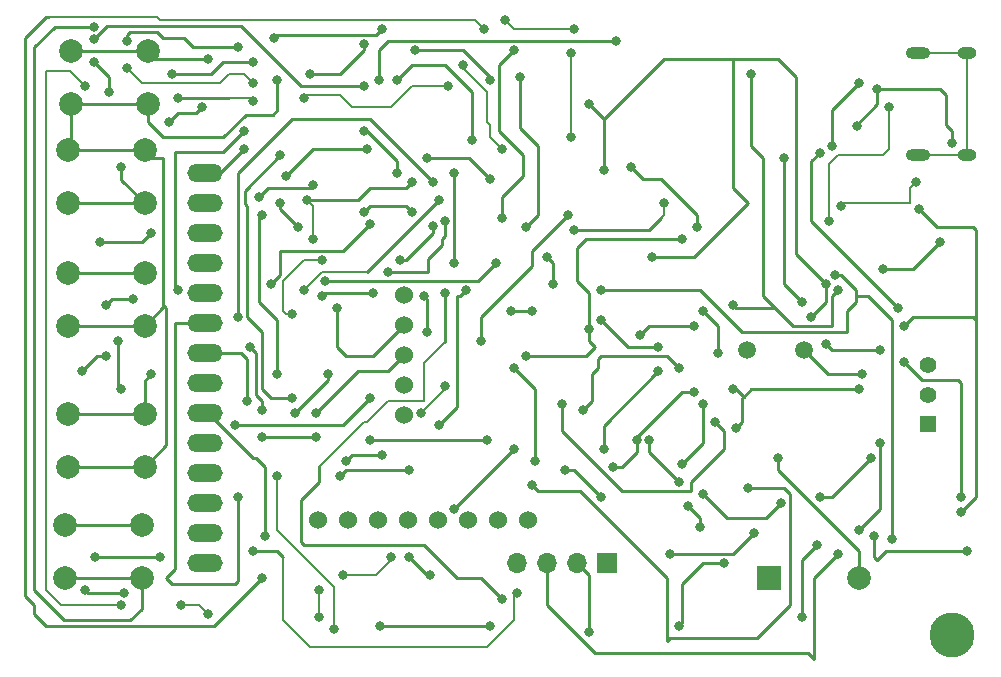
<source format=gbl>
%TF.GenerationSoftware,KiCad,Pcbnew,7.0.10*%
%TF.CreationDate,2024-08-15T13:32:22+05:30*%
%TF.ProjectId,Watch,57617463-682e-46b6-9963-61645f706362,rev?*%
%TF.SameCoordinates,Original*%
%TF.FileFunction,Copper,L2,Bot*%
%TF.FilePolarity,Positive*%
%FSLAX46Y46*%
G04 Gerber Fmt 4.6, Leading zero omitted, Abs format (unit mm)*
G04 Created by KiCad (PCBNEW 7.0.10) date 2024-08-15 13:32:22*
%MOMM*%
%LPD*%
G01*
G04 APERTURE LIST*
%TA.AperFunction,ComponentPad*%
%ADD10C,3.800000*%
%TD*%
%TA.AperFunction,ComponentPad*%
%ADD11C,1.408000*%
%TD*%
%TA.AperFunction,ComponentPad*%
%ADD12R,1.408000X1.408000*%
%TD*%
%TA.AperFunction,ComponentPad*%
%ADD13C,2.000000*%
%TD*%
%TA.AperFunction,ComponentPad*%
%ADD14R,1.700000X1.700000*%
%TD*%
%TA.AperFunction,ComponentPad*%
%ADD15O,1.700000X1.700000*%
%TD*%
%TA.AperFunction,ComponentPad*%
%ADD16O,1.600000X1.000000*%
%TD*%
%TA.AperFunction,ComponentPad*%
%ADD17O,2.100000X1.000000*%
%TD*%
%TA.AperFunction,ComponentPad*%
%ADD18C,1.524000*%
%TD*%
%TA.AperFunction,ComponentPad*%
%ADD19C,1.500000*%
%TD*%
%TA.AperFunction,ComponentPad*%
%ADD20O,3.000000X1.500000*%
%TD*%
%TA.AperFunction,ComponentPad*%
%ADD21R,2.000000X2.000000*%
%TD*%
%TA.AperFunction,ViaPad*%
%ADD22C,0.800000*%
%TD*%
%TA.AperFunction,Conductor*%
%ADD23C,0.160000*%
%TD*%
%TA.AperFunction,Conductor*%
%ADD24C,0.250000*%
%TD*%
%TA.AperFunction,Conductor*%
%ADD25C,0.180000*%
%TD*%
%TA.AperFunction,Conductor*%
%ADD26C,0.200000*%
%TD*%
G04 APERTURE END LIST*
D10*
%TO.P,M2,1*%
%TO.N,N/C*%
X158750000Y-125476000D03*
%TD*%
D11*
%TO.P,SW1,3,C*%
%TO.N,Net-(SW1A-C)*%
X156718000Y-102616000D03*
%TO.P,SW1,2,B*%
%TO.N,Enb*%
X156718000Y-105116000D03*
D12*
%TO.P,SW1,1,A*%
%TO.N,GND*%
X156718000Y-107616000D03*
%TD*%
D13*
%TO.P,BOOT,1,A*%
%TO.N,Io0*%
X83872000Y-106716000D03*
X90372000Y-106716000D03*
%TO.P,BOOT,2,B*%
%TO.N,GND*%
X83872000Y-111216000D03*
X90372000Y-111216000D03*
%TD*%
%TO.P,Failsafe,1,A*%
%TO.N,Fail_safe*%
X84126000Y-75982000D03*
X90626000Y-75982000D03*
%TO.P,Failsafe,2,B*%
%TO.N,GND*%
X84126000Y-80482000D03*
X90626000Y-80482000D03*
%TD*%
%TO.P,Reset,1,A*%
%TO.N,GND*%
X83618000Y-116114000D03*
X90118000Y-116114000D03*
%TO.P,Reset,2,B*%
%TO.N,EN*%
X83618000Y-120614000D03*
X90118000Y-120614000D03*
%TD*%
D14*
%TO.P,J3,1,3.3*%
%TO.N,GND*%
X129540000Y-119380000D03*
D15*
%TO.P,J3,2,RX*%
%TO.N,TX*%
X127000000Y-119380000D03*
%TO.P,J3,3,TX*%
%TO.N,RX*%
X124460000Y-119380000D03*
%TO.P,J3,4,GND*%
%TO.N,+3.3V*%
X121920000Y-119380000D03*
%TD*%
D16*
%TO.P,J1,S1,SHIELD*%
%TO.N,GND*%
X160030000Y-76180000D03*
D17*
X155850000Y-76180000D03*
D16*
X160030000Y-84820000D03*
D17*
X155850000Y-84820000D03*
%TD*%
D18*
%TO.P,U6,1,Vcc*%
%TO.N,+3.3V*%
X105029000Y-115697000D03*
%TO.P,U6,2,GND*%
%TO.N,GND*%
X107569000Y-115697000D03*
%TO.P,U6,3,SCL*%
%TO.N,SCL*%
X110109000Y-115697000D03*
%TO.P,U6,4,SDA*%
%TO.N,SDA*%
X112649000Y-115697000D03*
%TO.P,U6,5,XDA*%
%TO.N,unconnected-(U6-XDA-Pad5)*%
X115189000Y-115697000D03*
%TO.P,U6,6,XCL*%
%TO.N,unconnected-(U6-XCL-Pad6)*%
X117729000Y-115697000D03*
%TO.P,U6,7,AD0*%
%TO.N,Net-(U6-AD0)*%
X120269000Y-115697000D03*
%TO.P,U6,8,INT*%
%TO.N,unconnected-(U6-INT-Pad8)*%
X122809000Y-115697000D03*
%TD*%
D19*
%TO.P,Y1,1,1*%
%TO.N,Net-(U4-XI)*%
X146214000Y-101346000D03*
%TO.P,Y1,2,2*%
%TO.N,Net-(U4-XO)*%
X141334000Y-101346000D03*
%TD*%
D13*
%TO.P,Control_1,1,A*%
%TO.N,C_1*%
X90372000Y-88864000D03*
X83872000Y-88864000D03*
%TO.P,Control_1,2,B*%
%TO.N,GND*%
X90372000Y-84364000D03*
X83872000Y-84364000D03*
%TD*%
D18*
%TO.P,MAX1,1,Vin*%
%TO.N,+3.3V*%
X112363000Y-96679000D03*
%TO.P,MAX1,2,GND*%
%TO.N,GND*%
X112363000Y-99219000D03*
%TO.P,MAX1,3,SCL*%
%TO.N,SCL*%
X112363000Y-101759000D03*
%TO.P,MAX1,4,SDA*%
%TO.N,SDA*%
X112363000Y-104299000D03*
%TO.P,MAX1,5,INT*%
%TO.N,unconnected-(MAX1-INT-Pad5)*%
X112363000Y-106839000D03*
%TD*%
D20*
%TO.P,U3,1,VCC*%
%TO.N,+3.3V*%
X95504000Y-86360000D03*
%TO.P,U3,2,GND*%
%TO.N,GND*%
X95504000Y-88900000D03*
%TO.P,U3,3,CS*%
%TO.N,CS*%
X95504000Y-91440000D03*
%TO.P,U3,4,RST*%
%TO.N,RST*%
X95504000Y-93980000D03*
%TO.P,U3,5,DC*%
%TO.N,DC*%
X95504000Y-96520000D03*
%TO.P,U3,6,MOSI*%
%TO.N,MOSI*%
X95504000Y-99060000D03*
%TO.P,U3,7,SCK*%
%TO.N,SCK*%
X95504000Y-101600000D03*
%TO.P,U3,8,LED*%
%TO.N,+3.3V*%
X95504000Y-104140000D03*
%TO.P,U3,9,MISO*%
%TO.N,MISO*%
X95504000Y-106680000D03*
%TO.P,U3,10,T_CLK*%
%TO.N,SCK*%
X95504000Y-109220000D03*
%TO.P,U3,11,T_CS*%
%TO.N,T_CS*%
X95504000Y-111760000D03*
%TO.P,U3,12,T_DIN*%
%TO.N,MOSI*%
X95504000Y-114300000D03*
%TO.P,U3,13,T_D0*%
%TO.N,MISO*%
X95504000Y-116840000D03*
%TO.P,U3,14,T_IRQ*%
%TO.N,T_IRQ*%
X95504000Y-119380000D03*
%TD*%
D13*
%TO.P,Control_2,1,A*%
%TO.N,C_2*%
X83872000Y-94778000D03*
X90372000Y-94778000D03*
%TO.P,Control_2,2,B*%
%TO.N,GND*%
X83872000Y-99278000D03*
X90372000Y-99278000D03*
%TD*%
D21*
%TO.P,BZ1,1,+*%
%TO.N,Net-(BZ1-+)*%
X143266000Y-120650000D03*
D13*
%TO.P,BZ1,2,-*%
%TO.N,GND*%
X150866000Y-120650000D03*
%TD*%
D22*
%TO.N,C_1*%
X95250000Y-80772000D03*
X103378000Y-90932000D03*
X88392000Y-85852000D03*
X101854000Y-88900000D03*
X92456000Y-82042000D03*
%TO.N,GND*%
X121666000Y-109728000D03*
X129032000Y-113792000D03*
X104394000Y-77978000D03*
X132080000Y-108966000D03*
X116586000Y-114808000D03*
X113792000Y-106680000D03*
X101600000Y-78486000D03*
X108965996Y-75438000D03*
X125984000Y-111506000D03*
X136906000Y-104902000D03*
X115824000Y-104394000D03*
X130048000Y-111251966D03*
X106680000Y-97790000D03*
X144018000Y-110490000D03*
%TO.N,RX1*%
X100330000Y-106426000D03*
X114554000Y-120396000D03*
X98298000Y-98552000D03*
X114808000Y-87122000D03*
X104902000Y-108712000D03*
X107442000Y-110744000D03*
X99314000Y-101092000D03*
X110490000Y-110236000D03*
X100330000Y-108712000D03*
X112776000Y-118872000D03*
%TO.N,TX1*%
X119634000Y-86868000D03*
X114300000Y-85090000D03*
X102362000Y-86614000D03*
X98806000Y-82804000D03*
X109220000Y-84328000D03*
X93218000Y-96266000D03*
%TO.N,Io0*%
X98044000Y-107696000D03*
X115316000Y-107696000D03*
X134366000Y-88900000D03*
X90932000Y-103378000D03*
X109474000Y-105410000D03*
X126746000Y-91186000D03*
X117602000Y-96266000D03*
%TO.N,VBUS*%
X154178000Y-97790000D03*
X140208000Y-104648000D03*
X147503948Y-84628701D03*
X135636000Y-102870000D03*
X123444000Y-110744000D03*
X152908000Y-94488000D03*
X157734000Y-92202000D03*
X150876000Y-104648000D03*
X121666000Y-102870000D03*
X140462000Y-107950000D03*
X127508000Y-106426000D03*
%TO.N,+5V*%
X129239299Y-109728000D03*
X152400000Y-79248000D03*
X133858000Y-103124000D03*
X150690195Y-82356740D03*
X158750000Y-83820000D03*
%TO.N,EN*%
X128016000Y-99568000D03*
X122682000Y-101854000D03*
X130302000Y-75184000D03*
X86105988Y-73954008D03*
X110236000Y-78486000D03*
X137160000Y-90932000D03*
X99568000Y-76962000D03*
X92710000Y-77978000D03*
X135890000Y-91948000D03*
X131572000Y-85852000D03*
%TO.N,Net-(U4-XI)*%
X151130000Y-103378000D03*
%TO.N,+BATT*%
X133096000Y-108966000D03*
X154686000Y-99314000D03*
X147574000Y-113792000D03*
X155956000Y-89408000D03*
X144272000Y-114300000D03*
X135636000Y-112522000D03*
X151892000Y-110490000D03*
X137668000Y-113538000D03*
X159512000Y-115062000D03*
%TO.N,RX*%
X122682000Y-90932000D03*
X129032000Y-96266000D03*
X148844000Y-94996000D03*
X122174000Y-78232000D03*
X149098000Y-118618000D03*
X124460000Y-93472000D03*
X153670000Y-117348000D03*
X124968000Y-95758000D03*
%TO.N,Net-(D3-A)*%
X118872000Y-100584000D03*
X126238000Y-89916000D03*
%TO.N,TX*%
X152146000Y-117094000D03*
X148082000Y-100838000D03*
X146812004Y-98552000D03*
X160020000Y-118364000D03*
X159512000Y-113792000D03*
X154686000Y-102362000D03*
X152654000Y-101346000D03*
X128016000Y-80518000D03*
X147320000Y-117856000D03*
X146050000Y-123952000D03*
X148082000Y-95757994D03*
X128016000Y-125222000D03*
X133350000Y-93472000D03*
X129286000Y-86106000D03*
%TO.N,D+*%
X148336000Y-90424000D03*
X153416000Y-80772000D03*
%TO.N,D-*%
X149352000Y-89154000D03*
X155702000Y-87122000D03*
%TO.N,Motor+*%
X116586000Y-93980000D03*
X115824000Y-96520000D03*
X120650000Y-122428000D03*
X116586000Y-86360000D03*
%TO.N,SCL*%
X85344000Y-121666000D03*
X87376000Y-79502000D03*
X87122000Y-97536000D03*
X101346000Y-74930000D03*
X98298000Y-75692000D03*
X113284000Y-75946000D03*
X119634000Y-78486000D03*
X89408000Y-97028000D03*
X86111143Y-76966143D03*
X87122000Y-101854000D03*
X110490000Y-74168000D03*
X88900000Y-75184000D03*
X88646000Y-121920000D03*
X104902000Y-106680000D03*
X85090000Y-103124000D03*
%TO.N,SDA*%
X103886000Y-80010000D03*
X105156000Y-121666000D03*
X103124000Y-106680000D03*
X105918000Y-103378000D03*
X93472000Y-122936000D03*
X112776000Y-111506000D03*
X85344000Y-78994000D03*
X111252000Y-118872000D03*
X107188000Y-120396000D03*
X106934000Y-112014000D03*
X105156000Y-123952000D03*
X88900000Y-77470000D03*
X88392000Y-122935996D03*
X116078000Y-78994000D03*
X99568000Y-78740000D03*
X95758000Y-123698000D03*
%TO.N,RTS*%
X132334000Y-100076000D03*
X136906000Y-99314000D03*
%TO.N,Select*%
X141478000Y-113030000D03*
X123190000Y-112776000D03*
X109474000Y-108966000D03*
X102870000Y-105410000D03*
X101854000Y-84836000D03*
X119380000Y-108966000D03*
%TO.N,Net-(U2-ADJ)*%
X150876000Y-78740000D03*
X148590000Y-84074000D03*
%TO.N,B_check*%
X104648000Y-87376000D03*
X86614000Y-92202000D03*
X135636000Y-124714000D03*
X90932000Y-91440000D03*
X88392000Y-104648000D03*
X136398000Y-114554000D03*
X137414000Y-116332000D03*
X100076000Y-88392000D03*
X121920000Y-121920000D03*
X99568000Y-118364000D03*
X139446000Y-119380000D03*
X88138000Y-100584000D03*
%TO.N,Net-(U5-~{STDBY})*%
X138684000Y-107442000D03*
X125730000Y-105918000D03*
%TO.N,Net-(U5-~{CHRG})*%
X137668000Y-105918000D03*
X135890000Y-110998000D03*
%TO.N,Buzz+*%
X114808000Y-90849998D03*
X108966000Y-89662000D03*
X114300000Y-99822000D03*
X113030000Y-89662000D03*
X114046000Y-96774000D03*
X112014000Y-93726000D03*
%TO.N,Enb*%
X146050000Y-97282004D03*
X144526000Y-85090000D03*
%TO.N,T_IRQ*%
X111760000Y-86360000D03*
X108966000Y-82804000D03*
X86192084Y-118872000D03*
X108966000Y-78994000D03*
X91694000Y-118872000D03*
X86106000Y-74954010D03*
%TO.N,T_CS*%
X101600000Y-103378000D03*
X100330000Y-89916000D03*
%TO.N,CS*%
X120142000Y-93980000D03*
X105664000Y-95504000D03*
%TO.N,DC*%
X109474000Y-90678000D03*
X101092000Y-95758000D03*
%TO.N,RST*%
X103886000Y-96266000D03*
X115316000Y-88646000D03*
%TO.N,SCK*%
X126746000Y-74168000D03*
X99060000Y-105664000D03*
X126492000Y-83312000D03*
X106426000Y-124968000D03*
X120904000Y-73406000D03*
X101600000Y-112014000D03*
X126492000Y-76200000D03*
%TO.N,MISO*%
X119126000Y-74168000D03*
X117348000Y-77216000D03*
X100330000Y-120650000D03*
X100584000Y-117094000D03*
X120650000Y-84328000D03*
%TO.N,MOSI*%
X121666000Y-75946000D03*
X115824000Y-90424000D03*
X120650000Y-90170000D03*
X105410000Y-96774000D03*
X110998000Y-94742000D03*
X109728000Y-96520000D03*
X98298000Y-113792000D03*
%TO.N,+3.3V*%
X141732000Y-77978000D03*
X111760000Y-78486000D03*
X133858000Y-101092000D03*
X118110000Y-83565992D03*
X113030000Y-87122000D03*
X104140000Y-88646000D03*
X110263000Y-124687000D03*
X137668000Y-98044000D03*
X129032000Y-98806000D03*
X141986000Y-116840000D03*
X140208000Y-97536000D03*
X121412000Y-98044000D03*
X123190000Y-98044000D03*
X152654000Y-109220000D03*
X134874000Y-118618000D03*
X119634000Y-124714000D03*
X98806000Y-84328000D03*
X149098000Y-96266000D03*
X138938000Y-101600000D03*
X104648000Y-91948000D03*
X102870000Y-98298000D03*
X150876000Y-116586000D03*
X105410000Y-93726000D03*
%TO.N,C_2*%
X99568000Y-80264000D03*
X93218000Y-80010000D03*
%TO.N,Fail_safe*%
X95758000Y-76708000D03*
%TD*%
D23*
%TO.N,SDA*%
X85344000Y-78994000D02*
X84074000Y-77724000D01*
X84074000Y-77724000D02*
X82042000Y-77724000D01*
X82042000Y-77724000D02*
X82042000Y-121666000D01*
X82042000Y-121666000D02*
X83311996Y-122935996D01*
X83311996Y-122935996D02*
X88392000Y-122935996D01*
D24*
%TO.N,TX*%
X129286000Y-81788000D02*
X134366000Y-76708000D01*
X134366000Y-76708000D02*
X140208000Y-76708000D01*
X129286000Y-81788000D02*
X128016000Y-80518000D01*
X129286000Y-86106000D02*
X129286000Y-81788000D01*
%TO.N,SCL*%
X110490000Y-74168000D02*
X109982000Y-74676000D01*
X109982000Y-74676000D02*
X101600000Y-74676000D01*
X101600000Y-74676000D02*
X101346000Y-74930000D01*
%TO.N,TX*%
X159512000Y-113792000D02*
X159512000Y-104140000D01*
X159512000Y-104140000D02*
X159258000Y-103886000D01*
X159258000Y-103886000D02*
X156210000Y-103886000D01*
X156210000Y-103886000D02*
X154686000Y-102362000D01*
%TO.N,C_1*%
X95250000Y-80772000D02*
X94742000Y-81280000D01*
X90372000Y-88864000D02*
X88392000Y-86884000D01*
X94742000Y-81280000D02*
X93218000Y-81280000D01*
X101854000Y-88900000D02*
X101854000Y-89408000D01*
X101854000Y-89408000D02*
X103378000Y-90932000D01*
X83872000Y-88864000D02*
X90372000Y-88864000D01*
X88392000Y-86884000D02*
X88392000Y-85852000D01*
X92456000Y-82042000D02*
X93218000Y-81280000D01*
%TO.N,GND*%
X132080000Y-108712000D02*
X132080000Y-108966000D01*
X112363000Y-99219000D02*
X109728000Y-101854000D01*
X91098000Y-85090000D02*
X90372000Y-84364000D01*
X90626000Y-81990000D02*
X91948000Y-83312000D01*
X106680000Y-101092000D02*
X106680000Y-97790000D01*
X132080000Y-108966000D02*
X132080000Y-109982000D01*
X132080000Y-109982000D02*
X130810034Y-111251966D01*
X101251347Y-81374653D02*
X101600000Y-81026000D01*
D23*
X160030000Y-76180000D02*
X160030000Y-84820000D01*
D24*
X92202000Y-109386000D02*
X92202000Y-97790000D01*
X91948000Y-97702000D02*
X91948000Y-97536000D01*
X90372000Y-111216000D02*
X83872000Y-111216000D01*
X83618000Y-116114000D02*
X90118000Y-116114000D01*
X150866000Y-118354000D02*
X150866000Y-120650000D01*
X84126000Y-80482000D02*
X90626000Y-80482000D01*
X101600000Y-81026000D02*
X101600000Y-78486000D01*
X108965996Y-75946004D02*
X108965996Y-75438000D01*
X91948000Y-83312000D02*
X97018695Y-83312000D01*
X130810034Y-111251966D02*
X130048000Y-111251966D01*
X144018000Y-110490000D02*
X144018000Y-111506000D01*
X144018000Y-111506000D02*
X150866000Y-118354000D01*
X136906000Y-104902000D02*
X135890000Y-104902000D01*
X83872000Y-84364000D02*
X90372000Y-84364000D01*
X135890000Y-104902000D02*
X132080000Y-108712000D01*
X91948000Y-97536000D02*
X91948000Y-85090000D01*
X90372000Y-99278000D02*
X91948000Y-97702000D01*
X109728000Y-101854000D02*
X107442000Y-101854000D01*
D23*
X155850000Y-76180000D02*
X160030000Y-76180000D01*
D24*
X90626000Y-80482000D02*
X90626000Y-81990000D01*
X121666000Y-109728000D02*
X116586000Y-114808000D01*
D23*
X113792000Y-106680000D02*
X115824000Y-104648000D01*
D24*
X90372000Y-99278000D02*
X83872000Y-99278000D01*
D23*
X115824000Y-104648000D02*
X115824000Y-104394000D01*
D24*
X90372000Y-111216000D02*
X92202000Y-109386000D01*
X91948000Y-85090000D02*
X91098000Y-85090000D01*
X98956042Y-81374653D02*
X101251347Y-81374653D01*
X84126000Y-84110000D02*
X83872000Y-84364000D01*
X97018695Y-83312000D02*
X98956042Y-81374653D01*
D23*
X155850000Y-84820000D02*
X160030000Y-84820000D01*
D24*
X107442000Y-101854000D02*
X106680000Y-101092000D01*
X125984000Y-111506000D02*
X126746000Y-111506000D01*
X92202000Y-97790000D02*
X91948000Y-97536000D01*
X84126000Y-80482000D02*
X84126000Y-84110000D01*
X126746000Y-111506000D02*
X129032000Y-113792000D01*
X106934000Y-77978000D02*
X108965996Y-75946004D01*
X104394000Y-77978000D02*
X106934000Y-77978000D01*
%TO.N,RX1*%
X114300000Y-120396000D02*
X112776000Y-118872000D01*
X107950000Y-110236000D02*
X107442000Y-110744000D01*
X99822000Y-84836000D02*
X102870000Y-81788000D01*
X100330000Y-105664000D02*
X99822000Y-105156000D01*
X114554000Y-120396000D02*
X114300000Y-120396000D01*
X99822000Y-101600000D02*
X99314000Y-101092000D01*
X99822000Y-105156000D02*
X99822000Y-101600000D01*
X98298000Y-86360000D02*
X99822000Y-84836000D01*
X104902000Y-108712000D02*
X100330000Y-108712000D01*
X107950000Y-81788000D02*
X109474000Y-81788000D01*
X102870000Y-81788000D02*
X107950000Y-81788000D01*
X100330000Y-106426000D02*
X100330000Y-105664000D01*
X109474000Y-81788000D02*
X114808000Y-87122000D01*
X110490000Y-110236000D02*
X107950000Y-110236000D01*
X98298000Y-98552000D02*
X98298000Y-86360000D01*
%TO.N,TX1*%
X117856000Y-85090000D02*
X114300000Y-85090000D01*
X119634000Y-86868000D02*
X117856000Y-85090000D01*
X109220000Y-84328000D02*
X104648000Y-84328000D01*
X104648000Y-84328000D02*
X102362000Y-86614000D01*
X97028000Y-84582000D02*
X98806000Y-82804000D01*
X92964000Y-84582000D02*
X97028000Y-84582000D01*
X92964000Y-96012000D02*
X92964000Y-84582000D01*
X93218000Y-96266000D02*
X92964000Y-96012000D01*
%TO.N,Io0*%
X107188000Y-107696000D02*
X109474000Y-105410000D01*
X116840000Y-96774000D02*
X117094000Y-96774000D01*
X98044000Y-107696000D02*
X107188000Y-107696000D01*
D25*
X134366000Y-88900000D02*
X134366000Y-89916000D01*
D24*
X117094000Y-96774000D02*
X117602000Y-96266000D01*
X90372000Y-106716000D02*
X90372000Y-103938000D01*
X126746000Y-91186000D02*
X133096000Y-91186000D01*
X115316000Y-107696000D02*
X116840000Y-106172000D01*
X116840000Y-106172000D02*
X116840000Y-96774000D01*
D25*
X134366000Y-89916000D02*
X134112000Y-90170000D01*
D24*
X83872000Y-106716000D02*
X90372000Y-106716000D01*
X133096000Y-91186000D02*
X134112000Y-90170000D01*
X90372000Y-103938000D02*
X90932000Y-103378000D01*
%TO.N,VBUS*%
X133604000Y-101854000D02*
X129032000Y-101854000D01*
X141732000Y-104648000D02*
X141097000Y-105283000D01*
X140208000Y-104648000D02*
X140462000Y-104648000D01*
X140970000Y-107442000D02*
X140970000Y-105410000D01*
X133604000Y-101854000D02*
X134620000Y-101854000D01*
X146812000Y-85320649D02*
X147503948Y-84628701D01*
X146812000Y-90424000D02*
X146812000Y-85320649D01*
X140462000Y-107950000D02*
X140970000Y-107442000D01*
X141097000Y-105283000D02*
X140970000Y-105410000D01*
X123444000Y-104648000D02*
X123444000Y-110744000D01*
X128778000Y-102870000D02*
X128270000Y-103378000D01*
X128270000Y-105664000D02*
X127508000Y-106426000D01*
X121666000Y-102870000D02*
X123444000Y-104648000D01*
X155448000Y-94488000D02*
X152908000Y-94488000D01*
X128270000Y-103378000D02*
X128270000Y-105664000D01*
X128778000Y-102108000D02*
X128778000Y-102870000D01*
X134620000Y-101854000D02*
X135636000Y-102870000D01*
X154178000Y-97790000D02*
X146812000Y-90424000D01*
X150876000Y-104648000D02*
X141732000Y-104648000D01*
X140462000Y-104648000D02*
X141097000Y-105283000D01*
X157734000Y-92202000D02*
X155448000Y-94488000D01*
X129032000Y-101854000D02*
X128778000Y-102108000D01*
%TO.N,+5V*%
X129239299Y-107742701D02*
X129239299Y-109728000D01*
X150690195Y-82227805D02*
X152400000Y-80518000D01*
X157734000Y-79248000D02*
X158242000Y-79756000D01*
X150690195Y-82356740D02*
X150690195Y-82227805D01*
X158242000Y-79756000D02*
X158242000Y-82296000D01*
X152400000Y-80518000D02*
X152400000Y-79248000D01*
X152400000Y-79248000D02*
X157734000Y-79248000D01*
X158750000Y-82804000D02*
X158750000Y-83820000D01*
X158242000Y-82296000D02*
X158750000Y-82804000D01*
X133858000Y-103124000D02*
X129239299Y-107742701D01*
%TO.N,EN*%
X135890000Y-91948000D02*
X127762000Y-91948000D01*
X83618000Y-120614000D02*
X90118000Y-120614000D01*
X81026000Y-75692000D02*
X82763992Y-73954008D01*
X97028000Y-76962000D02*
X99568000Y-76962000D01*
X110236000Y-75955305D02*
X110236000Y-78486000D01*
X127762000Y-91948000D02*
X127000000Y-92710000D01*
X128524000Y-101092000D02*
X128016000Y-100584000D01*
X137160000Y-90932000D02*
X137160000Y-89916000D01*
X90118000Y-120614000D02*
X90118000Y-123242000D01*
X122682000Y-101854000D02*
X127762000Y-101854000D01*
X127000000Y-92710000D02*
X127000000Y-95504000D01*
X96774000Y-77216000D02*
X97028000Y-76962000D01*
X130302000Y-75184000D02*
X111007305Y-75184000D01*
X83566000Y-124206000D02*
X81026000Y-121666000D01*
X127762000Y-101854000D02*
X128524000Y-101092000D01*
X81026000Y-121666000D02*
X81026000Y-75692000D01*
X89154000Y-124206000D02*
X83566000Y-124206000D01*
X92710000Y-77978000D02*
X96012000Y-77978000D01*
X128016000Y-100584000D02*
X128016000Y-99568000D01*
X96012000Y-77978000D02*
X96774000Y-77216000D01*
X134112000Y-86868000D02*
X132588000Y-86868000D01*
X111007305Y-75184000D02*
X110236000Y-75955305D01*
X90118000Y-123242000D02*
X89154000Y-124206000D01*
X128016000Y-96520000D02*
X128016000Y-99568000D01*
X132588000Y-86868000D02*
X131572000Y-85852000D01*
X137160000Y-89916000D02*
X134112000Y-86868000D01*
X127000000Y-95504000D02*
X128016000Y-96520000D01*
X82763992Y-73954008D02*
X86105988Y-73954008D01*
%TO.N,Net-(U4-XI)*%
X151130000Y-103378000D02*
X148246000Y-103378000D01*
X148246000Y-103378000D02*
X146214000Y-101346000D01*
%TO.N,+BATT*%
X139700000Y-115570000D02*
X137668000Y-113538000D01*
X148590000Y-113792000D02*
X147574000Y-113792000D01*
X133096000Y-108966000D02*
X133096000Y-109982000D01*
X160782000Y-91186000D02*
X160782000Y-98806000D01*
X133096000Y-109982000D02*
X135636000Y-112522000D01*
X155956000Y-89408000D02*
X157480000Y-90932000D01*
X155448000Y-98552000D02*
X160528000Y-98552000D01*
X154686000Y-99314000D02*
X155448000Y-98552000D01*
X143002000Y-115570000D02*
X140716000Y-115570000D01*
X157480000Y-90932000D02*
X160528000Y-90932000D01*
X144272000Y-114300000D02*
X143002000Y-115570000D01*
X140716000Y-115570000D02*
X139700000Y-115570000D01*
X151892000Y-110490000D02*
X148590000Y-113792000D01*
X160528000Y-98552000D02*
X160782000Y-98806000D01*
X160782000Y-98806000D02*
X160782000Y-113792000D01*
X160528000Y-90932000D02*
X160782000Y-91186000D01*
X160782000Y-113792000D02*
X159512000Y-115062000D01*
%TO.N,RX*%
X153670000Y-117348000D02*
X153670000Y-98806000D01*
X147066000Y-120650000D02*
X149098000Y-118618000D01*
X123698000Y-89916000D02*
X123698000Y-88646000D01*
X147066000Y-127508000D02*
X147066000Y-120650000D01*
X151638000Y-96774000D02*
X150622000Y-96774000D01*
X137414000Y-96266000D02*
X129032000Y-96266000D01*
X123698000Y-84074000D02*
X122174000Y-82550000D01*
X150622000Y-96774000D02*
X150622000Y-97282000D01*
X142240000Y-99822000D02*
X140970000Y-99822000D01*
X149860000Y-99822000D02*
X142240000Y-99822000D01*
X123698000Y-88646000D02*
X123698000Y-84074000D01*
X150368000Y-96012000D02*
X150622000Y-96266000D01*
X122174000Y-82550000D02*
X122174000Y-78232000D01*
X149352000Y-94996000D02*
X150368000Y-96012000D01*
X148844000Y-94996000D02*
X149352000Y-94996000D01*
X150622000Y-97282000D02*
X149860000Y-98044000D01*
X140970000Y-99822000D02*
X139446000Y-98298000D01*
X124460000Y-122936000D02*
X128524000Y-127000000D01*
X153670000Y-98806000D02*
X151638000Y-96774000D01*
X150622000Y-96266000D02*
X150622000Y-96774000D01*
X122682000Y-90932000D02*
X123698000Y-89916000D01*
X146558000Y-127000000D02*
X147066000Y-127508000D01*
X128524000Y-127000000D02*
X146558000Y-127000000D01*
X124460000Y-119380000D02*
X124460000Y-122936000D01*
X124968000Y-93980000D02*
X124460000Y-93472000D01*
X124968000Y-95758000D02*
X124968000Y-93980000D01*
X139446000Y-98298000D02*
X137414000Y-96266000D01*
X149860000Y-98044000D02*
X149860000Y-99822000D01*
%TO.N,Net-(D3-A)*%
X123190000Y-92964000D02*
X123190000Y-94234000D01*
X123190000Y-94234000D02*
X118872000Y-98552000D01*
X118872000Y-98552000D02*
X118872000Y-100584000D01*
X126238000Y-89916000D02*
X123190000Y-92964000D01*
%TO.N,TX*%
X152146000Y-118872000D02*
X152400000Y-119126000D01*
X148082000Y-97282004D02*
X146812004Y-98552000D01*
X140208000Y-76708000D02*
X144018000Y-76708000D01*
X145542000Y-93217994D02*
X148082000Y-95757994D01*
X141478000Y-88900000D02*
X140208000Y-87630000D01*
X136906000Y-93472000D02*
X141478000Y-88900000D01*
X148082000Y-95757994D02*
X148082000Y-97282004D01*
X153162000Y-118364000D02*
X159766000Y-118364000D01*
X152654000Y-101346000D02*
X148590000Y-101346000D01*
X133350000Y-93472000D02*
X136906000Y-93472000D01*
X152146000Y-117094000D02*
X152146000Y-118872000D01*
X140208000Y-87630000D02*
X140208000Y-76708000D01*
X128016000Y-120396000D02*
X128016000Y-125222000D01*
X144018000Y-76708000D02*
X145542000Y-78232000D01*
X145542000Y-78232000D02*
X145542000Y-93217994D01*
X146050000Y-123952000D02*
X146050000Y-119126000D01*
X148590000Y-101346000D02*
X148082000Y-100838000D01*
X127000000Y-119380000D02*
X128016000Y-120396000D01*
X152400000Y-119126000D02*
X153162000Y-118364000D01*
X159766000Y-118364000D02*
X160020000Y-118364000D01*
X146050000Y-119126000D02*
X147320000Y-117856000D01*
D26*
%TO.N,D+*%
X153416000Y-84328000D02*
X152908000Y-84836000D01*
X149098000Y-84836000D02*
X148336000Y-85598000D01*
X152908000Y-84836000D02*
X149098000Y-84836000D01*
X148336000Y-85598000D02*
X148336000Y-90424000D01*
X153416000Y-80772000D02*
X153416000Y-84328000D01*
%TO.N,D-*%
X155194000Y-87630000D02*
X155194000Y-88900000D01*
X155194000Y-88900000D02*
X149606000Y-88900000D01*
X155702000Y-87122000D02*
X155194000Y-87630000D01*
X149606000Y-88900000D02*
X149352000Y-89154000D01*
D23*
%TO.N,Motor+*%
X114046000Y-102375251D02*
X115824000Y-100597251D01*
D24*
X116586000Y-93980000D02*
X116586000Y-86360000D01*
X105156000Y-112522000D02*
X105156000Y-111252000D01*
X114046000Y-117856000D02*
X103886000Y-117856000D01*
X105156000Y-111252000D02*
X105169251Y-111252000D01*
X103886000Y-117856000D02*
X103632000Y-117602000D01*
X103632000Y-116064749D02*
X103632000Y-114046000D01*
D23*
X109220000Y-107442000D02*
X110998000Y-105664000D01*
X105169251Y-111252000D02*
X108979251Y-107442000D01*
D24*
X115824000Y-100597251D02*
X115824000Y-96520000D01*
D23*
X114046000Y-105664000D02*
X114046000Y-102375251D01*
X110998000Y-105664000D02*
X114046000Y-105664000D01*
D24*
X116840000Y-120650000D02*
X114046000Y-117856000D01*
X103632000Y-117602000D02*
X103632000Y-116064749D01*
X103632000Y-114046000D02*
X105156000Y-112522000D01*
X120650000Y-122428000D02*
X118872000Y-120650000D01*
X118872000Y-120650000D02*
X118618000Y-120650000D01*
D23*
X108979251Y-107442000D02*
X109220000Y-107442000D01*
D24*
X118618000Y-120650000D02*
X116840000Y-120650000D01*
%TO.N,SCL*%
X85598000Y-121920000D02*
X88646000Y-121920000D01*
X98298000Y-75692000D02*
X94488000Y-75692000D01*
X87630000Y-97028000D02*
X87122000Y-97536000D01*
X89408000Y-97028000D02*
X87630000Y-97028000D01*
X88900000Y-74676000D02*
X88900000Y-75184000D01*
X86111143Y-76966143D02*
X87376000Y-78231000D01*
X87376000Y-78231000D02*
X87376000Y-79502000D01*
X93726000Y-74930000D02*
X91948000Y-74930000D01*
X91948000Y-74930000D02*
X91694000Y-74676000D01*
X87122000Y-101854000D02*
X86360000Y-101854000D01*
X113284000Y-75946000D02*
X117348000Y-75946000D01*
X104902000Y-106680000D02*
X108458000Y-103124000D01*
X119634000Y-78232000D02*
X119634000Y-78486000D01*
X91440000Y-74422000D02*
X89154000Y-74422000D01*
X86360000Y-101854000D02*
X85090000Y-103124000D01*
X110998000Y-103124000D02*
X112363000Y-101759000D01*
X94488000Y-75692000D02*
X93726000Y-74930000D01*
X89154000Y-74422000D02*
X88900000Y-74676000D01*
X91694000Y-74676000D02*
X91440000Y-74422000D01*
X108458000Y-103124000D02*
X110998000Y-103124000D01*
X117348000Y-75946000D02*
X119634000Y-78232000D01*
X85344000Y-121666000D02*
X85598000Y-121920000D01*
D23*
%TO.N,SDA*%
X105156000Y-121666000D02*
X105156000Y-123952000D01*
X98806000Y-77978000D02*
X97536000Y-77978000D01*
X116078000Y-78994000D02*
X113030000Y-78994000D01*
X109982000Y-120396000D02*
X107188000Y-120396000D01*
X97536000Y-77978000D02*
X96774000Y-78740000D01*
X94996000Y-122936000D02*
X95758000Y-123698000D01*
X90170000Y-78740000D02*
X88900000Y-77470000D01*
D24*
X103124000Y-106680000D02*
X105918000Y-103886000D01*
X105918000Y-103886000D02*
X105918000Y-103378000D01*
D23*
X111252000Y-118872000D02*
X111252000Y-119126000D01*
X113030000Y-78994000D02*
X111252000Y-80772000D01*
X108458000Y-80772000D02*
X107950000Y-80772000D01*
D24*
X107442000Y-111506000D02*
X106934000Y-112014000D01*
D23*
X99568000Y-78740000D02*
X98806000Y-77978000D01*
X104140000Y-79756000D02*
X103886000Y-80010000D01*
X94996000Y-78740000D02*
X90170000Y-78740000D01*
X106934000Y-79756000D02*
X104140000Y-79756000D01*
X107950000Y-80772000D02*
X106934000Y-79756000D01*
X93472000Y-122936000D02*
X94996000Y-122936000D01*
D24*
X112776000Y-111506000D02*
X107442000Y-111506000D01*
D23*
X111252000Y-119126000D02*
X109982000Y-120396000D01*
X111252000Y-80772000D02*
X108458000Y-80772000D01*
X96774000Y-78740000D02*
X94996000Y-78740000D01*
D24*
%TO.N,RTS*%
X136906000Y-99314000D02*
X133096000Y-99314000D01*
X133096000Y-99314000D02*
X132334000Y-100076000D01*
%TO.N,Select*%
X100330000Y-104648000D02*
X100330000Y-99822000D01*
X100330000Y-99822000D02*
X99060000Y-98552000D01*
X141478000Y-113030000D02*
X144526000Y-113030000D01*
X145034000Y-122936000D02*
X142240000Y-125730000D01*
X99060000Y-98552000D02*
X99060000Y-89163305D01*
X102870000Y-105410000D02*
X101092000Y-105410000D01*
X99060000Y-89163305D02*
X98843000Y-88946305D01*
X142240000Y-125730000D02*
X134874000Y-125730000D01*
X134874000Y-125730000D02*
X134620000Y-125984000D01*
X101092000Y-105410000D02*
X100330000Y-104648000D01*
X119380000Y-108966000D02*
X109474000Y-108966000D01*
X98843000Y-87847000D02*
X101854000Y-84836000D01*
X123190000Y-112776000D02*
X123698000Y-113284000D01*
X144526000Y-113030000D02*
X145034000Y-113538000D01*
X134620000Y-120650000D02*
X127254000Y-113284000D01*
X134620000Y-125984000D02*
X134620000Y-120650000D01*
X145034000Y-113538000D02*
X145034000Y-122936000D01*
X127254000Y-113284000D02*
X123698000Y-113284000D01*
X98843000Y-88946305D02*
X98843000Y-87847000D01*
%TO.N,Net-(U2-ADJ)*%
X148590000Y-81026000D02*
X148590000Y-84074000D01*
X150876000Y-78740000D02*
X148590000Y-81026000D01*
%TO.N,B_check*%
X100838000Y-87630000D02*
X104394000Y-87630000D01*
D23*
X121666000Y-122174000D02*
X121920000Y-121920000D01*
D24*
X139446000Y-119380000D02*
X137668000Y-119380000D01*
D23*
X102108000Y-118872000D02*
X102108000Y-124206000D01*
D24*
X135890000Y-124460000D02*
X135636000Y-124714000D01*
D23*
X119380000Y-126492000D02*
X121666000Y-124206000D01*
D24*
X88392000Y-104648000D02*
X88138000Y-104394000D01*
X90170000Y-92202000D02*
X90932000Y-91440000D01*
X137414000Y-115570000D02*
X136398000Y-114554000D01*
X137414000Y-116332000D02*
X137414000Y-115570000D01*
X104394000Y-87630000D02*
X104648000Y-87376000D01*
X135890000Y-121158000D02*
X135890000Y-124460000D01*
X102108000Y-118872000D02*
X101600000Y-118364000D01*
X101600000Y-118364000D02*
X99568000Y-118364000D01*
D23*
X121666000Y-124206000D02*
X121666000Y-122174000D01*
D24*
X88138000Y-104394000D02*
X88138000Y-100584000D01*
D23*
X104394000Y-126492000D02*
X119380000Y-126492000D01*
D24*
X100076000Y-88392000D02*
X100838000Y-87630000D01*
D23*
X102108000Y-124206000D02*
X104394000Y-126492000D01*
D24*
X86614000Y-92202000D02*
X90170000Y-92202000D01*
X137668000Y-119380000D02*
X135890000Y-121158000D01*
%TO.N,Net-(U5-~{STDBY})*%
X130800695Y-113284000D02*
X125730000Y-108213305D01*
X125730000Y-108213305D02*
X125730000Y-105918000D01*
X139446000Y-108204000D02*
X139446000Y-109728000D01*
X138684000Y-107442000D02*
X139446000Y-108204000D01*
X139446000Y-109728000D02*
X136652000Y-112522000D01*
X136652000Y-113284000D02*
X130800695Y-113284000D01*
X136652000Y-112522000D02*
X136652000Y-113284000D01*
%TO.N,Net-(U5-~{CHRG})*%
X137668000Y-109220000D02*
X137668000Y-105918000D01*
X135890000Y-110998000D02*
X137668000Y-109220000D01*
%TO.N,Buzz+*%
X114300000Y-97028000D02*
X114046000Y-96774000D01*
X112522000Y-93726000D02*
X112014000Y-93726000D01*
X112522000Y-89154000D02*
X113030000Y-89662000D01*
X114808000Y-91440000D02*
X112522000Y-93726000D01*
X114808000Y-90849998D02*
X114808000Y-91440000D01*
X109474000Y-89154000D02*
X112522000Y-89154000D01*
X108966000Y-89662000D02*
X109474000Y-89154000D01*
X114300000Y-99822000D02*
X114300000Y-97028000D01*
%TO.N,Enb*%
X144526000Y-85090000D02*
X144526000Y-95758004D01*
X144526000Y-95758004D02*
X146050000Y-97282004D01*
%TO.N,T_IRQ*%
X86830988Y-74229022D02*
X87146010Y-73914000D01*
X86381002Y-74679008D02*
X86406293Y-74679008D01*
X111760000Y-85344000D02*
X110490000Y-84074000D01*
X111760000Y-86360000D02*
X111760000Y-85344000D01*
X86406293Y-74679008D02*
X86830988Y-74254313D01*
X86830988Y-74254313D02*
X86830988Y-74229022D01*
X91694000Y-118872000D02*
X86192084Y-118872000D01*
X86106000Y-74954010D02*
X86381002Y-74679008D01*
X109220000Y-82804000D02*
X108966000Y-82804000D01*
X110490000Y-84074000D02*
X109220000Y-82804000D01*
X103632000Y-78994000D02*
X108966000Y-78994000D01*
X87146010Y-73914000D02*
X98552000Y-73914000D01*
X98552000Y-73914000D02*
X103632000Y-78994000D01*
%TO.N,T_CS*%
X101600000Y-98806000D02*
X100076000Y-97282000D01*
X100076000Y-90170000D02*
X100330000Y-89916000D01*
X101600000Y-103378000D02*
X101600000Y-98806000D01*
X100076000Y-97282000D02*
X100076000Y-90170000D01*
%TO.N,CS*%
X119380000Y-94742000D02*
X120142000Y-93980000D01*
X105664000Y-95504000D02*
X118618000Y-95504000D01*
X118618000Y-95504000D02*
X119380000Y-94742000D01*
%TO.N,DC*%
X101854000Y-94996000D02*
X101854000Y-92964000D01*
X107188000Y-92964000D02*
X109474000Y-90678000D01*
X101092000Y-95758000D02*
X101854000Y-94996000D01*
X101854000Y-92964000D02*
X107188000Y-92964000D01*
%TO.N,RST*%
X115316000Y-88646000D02*
X109220000Y-94742000D01*
D23*
X105410000Y-94742000D02*
X103886000Y-96266000D01*
X109220000Y-94742000D02*
X105410000Y-94742000D01*
%TO.N,SCK*%
X101600000Y-116586000D02*
X106426000Y-121412000D01*
X101600000Y-112014000D02*
X101600000Y-116586000D01*
D24*
X99060000Y-102108000D02*
X98552000Y-101600000D01*
X99060000Y-105664000D02*
X99060000Y-102108000D01*
D23*
X121666000Y-74168000D02*
X120904000Y-73406000D01*
X106426000Y-121412000D02*
X106426000Y-124968000D01*
X126746000Y-74168000D02*
X121666000Y-74168000D01*
D24*
X98552000Y-101600000D02*
X95504000Y-101600000D01*
D23*
X126492000Y-76200000D02*
X126492000Y-83312000D01*
%TO.N,MISO*%
X117348000Y-77470000D02*
X119380000Y-79502000D01*
D24*
X95504000Y-106680000D02*
X95758000Y-106680000D01*
X100330000Y-120650000D02*
X96266000Y-124714000D01*
D23*
X91440000Y-73152000D02*
X91694000Y-73406000D01*
X82296000Y-73152000D02*
X91440000Y-73152000D01*
X119634000Y-83312000D02*
X120650000Y-84328000D01*
D24*
X99822000Y-110490000D02*
X100584000Y-111252000D01*
D23*
X91694000Y-73406000D02*
X118364000Y-73406000D01*
D24*
X82042000Y-73152000D02*
X82296000Y-73152000D01*
D23*
X118364000Y-73406000D02*
X119126000Y-74168000D01*
X119380000Y-79502000D02*
X119380000Y-82042000D01*
D24*
X80264000Y-122174000D02*
X80264000Y-74930000D01*
X99568000Y-110490000D02*
X99822000Y-110490000D01*
X100584000Y-111252000D02*
X100584000Y-117094000D01*
X97282000Y-108204000D02*
X99568000Y-110490000D01*
D23*
X117348000Y-77216000D02*
X117348000Y-77470000D01*
D24*
X81026000Y-122936000D02*
X80264000Y-122174000D01*
X82042000Y-124714000D02*
X81026000Y-123698000D01*
X80264000Y-74930000D02*
X82042000Y-73152000D01*
X81026000Y-123698000D02*
X81026000Y-122936000D01*
D23*
X119634000Y-82296000D02*
X119634000Y-83312000D01*
X119380000Y-82042000D02*
X119634000Y-82296000D01*
D24*
X95758000Y-106680000D02*
X97282000Y-108204000D01*
X96266000Y-124714000D02*
X82042000Y-124714000D01*
%TO.N,MOSI*%
X115570000Y-91948000D02*
X115824000Y-91694000D01*
X115824000Y-91694000D02*
X115824000Y-90424000D01*
X120396000Y-82804000D02*
X120396000Y-77216000D01*
X110998000Y-94742000D02*
X114378002Y-94742000D01*
X92710000Y-121158000D02*
X92202000Y-120650000D01*
X105664000Y-96520000D02*
X105410000Y-96774000D01*
X98298000Y-120904000D02*
X98044000Y-121158000D01*
X115570000Y-92456000D02*
X115570000Y-91948000D01*
X120396000Y-77216000D02*
X121666000Y-75946000D01*
X92202000Y-120650000D02*
X92964000Y-119888000D01*
X122428000Y-86614000D02*
X122428000Y-84836000D01*
X92964000Y-99060000D02*
X95504000Y-99060000D01*
X92964000Y-119888000D02*
X92964000Y-99060000D01*
X114378002Y-93647998D02*
X115570000Y-92456000D01*
X120650000Y-90170000D02*
X120650000Y-88392000D01*
X98298000Y-113792000D02*
X98298000Y-120904000D01*
X98044000Y-121158000D02*
X92710000Y-121158000D01*
X120650000Y-88392000D02*
X122428000Y-86614000D01*
X114378002Y-94742000D02*
X114378002Y-93647998D01*
X109728000Y-96520000D02*
X105664000Y-96520000D01*
X122428000Y-84836000D02*
X120396000Y-82804000D01*
%TO.N,+3.3V*%
X111760000Y-78486000D02*
X113030000Y-77216000D01*
X142748000Y-85090000D02*
X142748000Y-96774000D01*
X121412000Y-98044000D02*
X123190000Y-98044000D01*
X109474000Y-87630000D02*
X112522000Y-87630000D01*
X140208000Y-97536000D02*
X140462000Y-97790000D01*
X96774000Y-86360000D02*
X98806000Y-84328000D01*
X141732000Y-84074000D02*
X142748000Y-85090000D01*
X95504000Y-86360000D02*
X96774000Y-86360000D01*
D23*
X104648000Y-89154000D02*
X104648000Y-91948000D01*
D24*
X104140000Y-88646000D02*
X108458000Y-88646000D01*
X113030000Y-77216000D02*
X115833305Y-77216000D01*
D23*
X104140000Y-88646000D02*
X104648000Y-89154000D01*
X102108000Y-95504000D02*
X102108000Y-98044000D01*
D24*
X138938000Y-99314000D02*
X137668000Y-98044000D01*
X118110000Y-79492695D02*
X118110000Y-83565992D01*
X152654000Y-109220000D02*
X152654000Y-114808000D01*
X148590000Y-96774000D02*
X149098000Y-96266000D01*
D23*
X102362000Y-98298000D02*
X102870000Y-98298000D01*
D24*
X131318000Y-101092000D02*
X129032000Y-98806000D01*
X148590000Y-99314000D02*
X148590000Y-96774000D01*
X152654000Y-114808000D02*
X150876000Y-116586000D01*
X138938000Y-101600000D02*
X138938000Y-99314000D01*
X140462000Y-97790000D02*
X143764000Y-97790000D01*
X133858000Y-101092000D02*
X131318000Y-101092000D01*
D23*
X102108000Y-98044000D02*
X102362000Y-98298000D01*
D24*
X145288000Y-99314000D02*
X148590000Y-99314000D01*
X143764000Y-97790000D02*
X145288000Y-99314000D01*
D23*
X103886000Y-93726000D02*
X102108000Y-95504000D01*
D24*
X140208000Y-118618000D02*
X134874000Y-118618000D01*
X112522000Y-87630000D02*
X113030000Y-87122000D01*
X115833305Y-77216000D02*
X118110000Y-79492695D01*
X142748000Y-96774000D02*
X143764000Y-97790000D01*
D23*
X105410000Y-93726000D02*
X103886000Y-93726000D01*
D24*
X119607000Y-124687000D02*
X119634000Y-124714000D01*
X141732000Y-77978000D02*
X141732000Y-84074000D01*
X108458000Y-88646000D02*
X109474000Y-87630000D01*
X141986000Y-116840000D02*
X140208000Y-118618000D01*
X110263000Y-124687000D02*
X119607000Y-124687000D01*
%TO.N,C_2*%
X83872000Y-94778000D02*
X90372000Y-94778000D01*
D23*
X99314000Y-80010000D02*
X99568000Y-80264000D01*
D24*
X93218000Y-80010000D02*
X97536000Y-80010000D01*
D23*
X97536000Y-80010000D02*
X99314000Y-80010000D01*
D24*
%TO.N,Fail_safe*%
X92710000Y-76708000D02*
X95758000Y-76708000D01*
X91352000Y-76708000D02*
X92710000Y-76708000D01*
X84126000Y-75982000D02*
X90626000Y-75982000D01*
X90626000Y-75982000D02*
X91352000Y-76708000D01*
%TD*%
M02*

</source>
